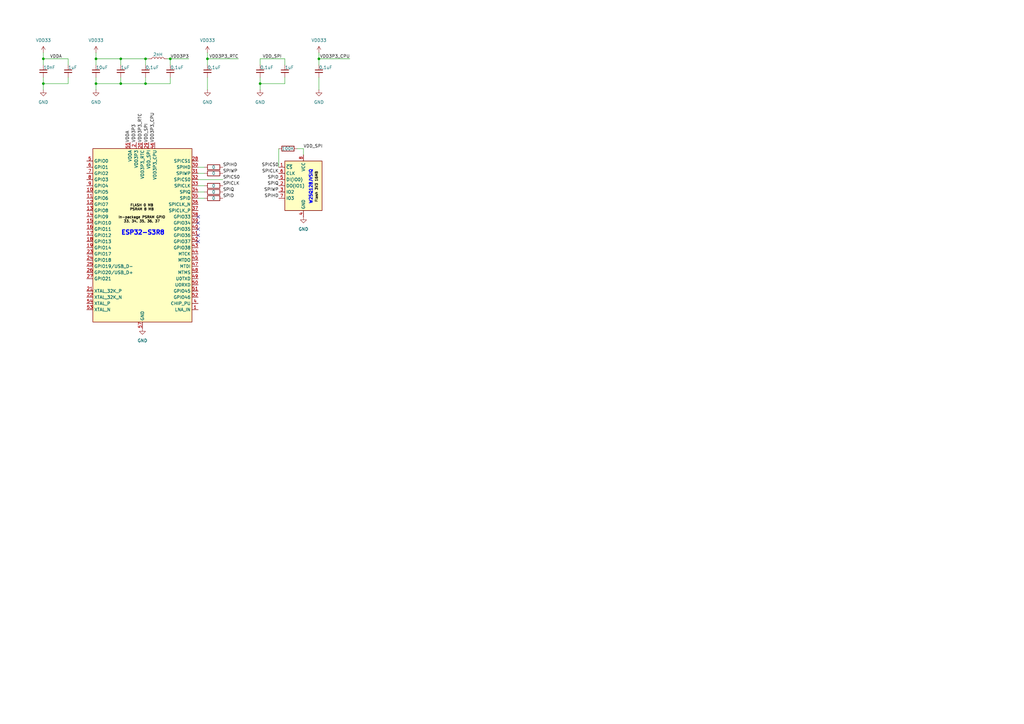
<source format=kicad_sch>
(kicad_sch (version 20231120) (generator "eeschema") (generator_version "8.0")
  (paper "A3")
  (title_block (title "Grogu Badge") (date "2024-02-25") (rev "V1") (company "Malt Whiskey"))
  (lib_symbols
    (symbol "Device:C_Small" (pin_numbers hide) (pin_names (offset 0.254) hide)
      (property "Reference" "C" (at 0.254 1.778 0))
      (property "Value" "C_Small" (at 0.254 -2.032 0))
      (symbol "C_Small_0_1"
        (polyline (pts (xy -1.524 -0.508) (xy 1.524 -0.508)) (stroke (width 0.3302)))
        (polyline (pts (xy -1.524 0.508) (xy 1.524 0.508)) (stroke (width 0.3048)))
      )
      (symbol "C_Small_1_1"
        (pin passive line (at 0 2.54 270) (length 2.032) (name "~") (number "1"))
        (pin passive line (at 0 -2.54 90) (length 2.032) (name "~") (number "2"))
      )
    )
    (symbol "Device:L" (pin_numbers hide) (pin_names (offset 1.016) hide)
      (property "Reference" "L" (at -1.27 0 90))
      (property "Value" "L" (at 1.905 0 90))
      (symbol "L_0_1"
        (arc (start 0 -2.54) (mid 0.6323 -1.905) (end 0 -1.27))
        (arc (start 0 -1.27) (mid 0.6323 -0.635) (end 0 0))
        (arc (start 0 0) (mid 0.6323 0.635) (end 0 1.27))
        (arc (start 0 1.27) (mid 0.6323 1.905) (end 0 2.54))
      )
      (symbol "L_1_1"
        (pin passive line (at 0 3.81 270) (length 1.27) (name "1") (number "1"))
        (pin passive line (at 0 -3.81 90) (length 1.27) (name "2") (number "2"))
      )
    )
    (symbol "Device:R" (pin_numbers hide) (pin_names (offset 0))
      (property "Reference" "R" (at 2.032 0 90))
      (property "Value" "R" (at 0 0 90))
      (symbol "R_0_1"
        (rectangle (start -1.016 -2.54) (end 1.016 2.54) (stroke (width 0.254)))
      )
      (symbol "R_1_1"
        (pin passive line (at 0 3.81 270) (length 1.27) (name "~") (number "1"))
        (pin passive line (at 0 -3.81 90) (length 1.27) (name "~") (number "2"))
      )
    )
    (symbol "MCU_Espressif:ESP32-S3"
      (property "Reference" "U" (at 10.16 -38.1 0))
      (property "Value" "ESP32-S3" (at 13.97 -40.64 0))
      (symbol "ESP32-S3_0_1"
        (rectangle (start -20.32 35.56) (end 20.32 -35.56) (stroke (width 0.254)) (fill (type background)))
      )
      (symbol "ESP32-S3_1_0"
        (pin bidirectional line (at 22.86 12.7 180) (length 2.54) (name "SPICLK_N") (number "36"))
        (pin bidirectional line (at 22.86 -10.16 180) (length 2.54) (name "MTDO") (number "45"))
        (pin bidirectional line (at 22.86 -22.86 180) (length 2.54) (name "GPIO45") (number "51"))
        (pin passive line (at -5.08 38.1 270) (length 2.54) hide (name "VDDA") (number "56"))
      )
      (symbol "ESP32-S3_1_1"
        (pin bidirectional line (at 22.86 -30.48 180) (length 2.54) (name "LNA_IN") (number "1"))
        (pin bidirectional line (at -22.86 17.78 0) (length 2.54) (name "GPIO5") (number "10"))
        (pin bidirectional line (at -22.86 15.24 0) (length 2.54) (name "GPIO6") (number "11"))
        (pin bidirectional line (at -22.86 12.7 0) (length 2.54) (name "GPIO7") (number "12"))
        (pin bidirectional line (at -22.86 10.16 0) (length 2.54) (name "GPIO8") (number "13"))
        (pin bidirectional line (at -22.86 7.62 0) (length 2.54) (name "GPIO9") (number "14"))
        (pin bidirectional line (at -22.86 5.08 0) (length 2.54) (name "GPIO10") (number "15"))
        (pin bidirectional line (at -22.86 2.54 0) (length 2.54) (name "GPIO11") (number "16"))
        (pin bidirectional line (at -22.86 0 0) (length 2.54) (name "GPIO12") (number "17"))
        (pin bidirectional line (at -22.86 -2.54 0) (length 2.54) (name "GPIO13") (number "18"))
        (pin bidirectional line (at -22.86 -5.08 0) (length 2.54) (name "GPIO14") (number "19"))
        (pin power_in line (at -2.54 38.1 270) (length 2.54) (name "VDD3P3") (number "2"))
        (pin power_in line (at 0 38.1 270) (length 2.54) (name "VDD3P3_RTC") (number "20"))
        (pin passive line (at -22.86 -22.86 0) (length 2.54) (name "XTAL_32K_P") (number "21"))
        (pin passive line (at -22.86 -25.4 0) (length 2.54) (name "XTAL_32K_N") (number "22"))
        (pin bidirectional line (at -22.86 -7.62 0) (length 2.54) (name "GPIO17") (number "23"))
        (pin bidirectional line (at -22.86 -10.16 0) (length 2.54) (name "GPIO18") (number "24"))
        (pin bidirectional line (at -22.86 -12.7 0) (length 2.54) (name "GPIO19/USB_D-") (number "25"))
        (pin bidirectional line (at -22.86 -15.24 0) (length 2.54) (name "GPIO20/USB_D+") (number "26"))
        (pin bidirectional line (at -22.86 -17.78 0) (length 2.54) (name "GPIO21") (number "27"))
        (pin bidirectional line (at 22.86 30.48 180) (length 2.54) (name "SPICS1") (number "28"))
        (pin power_in line (at 2.54 38.1 270) (length 2.54) (name "VDD_SPI") (number "29"))
        (pin passive line (at -2.54 38.1 270) (length 2.54) hide (name "VDD3P3") (number "3"))
        (pin bidirectional line (at 22.86 27.94 180) (length 2.54) (name "SPIHD") (number "30"))
        (pin bidirectional line (at 22.86 25.4 180) (length 2.54) (name "SPIWP") (number "31"))
        (pin bidirectional line (at 22.86 22.86 180) (length 2.54) (name "SPICS0") (number "32"))
        (pin bidirectional line (at 22.86 20.32 180) (length 2.54) (name "SPICLK") (number "33"))
        (pin bidirectional line (at 22.86 17.78 180) (length 2.54) (name "SPIQ") (number "34"))
        (pin bidirectional line (at 22.86 15.24 180) (length 2.54) (name "SPID") (number "35"))
        (pin bidirectional line (at 22.86 10.16 180) (length 2.54) (name "SPICLK_P") (number "37"))
        (pin bidirectional line (at 22.86 7.62 180) (length 2.54) (name "GPIO33") (number "38"))
        (pin bidirectional line (at 22.86 5.08 180) (length 2.54) (name "GPIO34") (number "39"))
        (pin input line (at 22.86 -27.94 180) (length 2.54) (name "CHIP_PU") (number "4"))
        (pin bidirectional line (at 22.86 2.54 180) (length 2.54) (name "GPIO35") (number "40"))
        (pin bidirectional line (at 22.86 0 180) (length 2.54) (name "GPIO36") (number "41"))
        (pin bidirectional line (at 22.86 -2.54 180) (length 2.54) (name "GPIO37") (number "42"))
        (pin bidirectional line (at 22.86 -5.08 180) (length 2.54) (name "GPIO38") (number "43"))
        (pin bidirectional line (at 22.86 -7.62 180) (length 2.54) (name "MTCK") (number "44"))
        (pin power_in line (at 5.08 38.1 270) (length 2.54) (name "VDD3P3_CPU") (number "46"))
        (pin bidirectional line (at 22.86 -12.7 180) (length 2.54) (name "MTDI") (number "47"))
        (pin bidirectional line (at 22.86 -15.24 180) (length 2.54) (name "MTMS") (number "48"))
        (pin bidirectional line (at 22.86 -17.78 180) (length 2.54) (name "U0TXD") (number "49"))
        (pin bidirectional line (at -22.86 30.48 0) (length 2.54) (name "GPIO0") (number "5"))
        (pin bidirectional line (at 22.86 -20.32 180) (length 2.54) (name "U0RXD") (number "50"))
        (pin bidirectional line (at 22.86 -25.4 180) (length 2.54) (name "GPIO46") (number "52"))
        (pin output line (at -22.86 -30.48 0) (length 2.54) (name "XTAL_N") (number "53"))
        (pin input line (at -22.86 -27.94 0) (length 2.54) (name "XTAL_P") (number "54"))
        (pin power_in line (at -5.08 38.1 270) (length 2.54) (name "VDDA") (number "55"))
        (pin power_in line (at 0 -38.1 90) (length 2.54) (name "GND") (number "57"))
        (pin bidirectional line (at -22.86 27.94 0) (length 2.54) (name "GPIO1") (number "6"))
        (pin bidirectional line (at -22.86 25.4 0) (length 2.54) (name "GPIO2") (number "7"))
        (pin bidirectional line (at -22.86 22.86 0) (length 2.54) (name "GPIO3") (number "8"))
        (pin bidirectional line (at -22.86 20.32 0) (length 2.54) (name "GPIO4") (number "9"))
      )
    )
    (symbol "Memory_Flash:W25Q128JVS"
      (property "Reference" "U" (at -8.89 8.89 0))
      (property "Value" "W25Q128JVS" (at 7.62 8.89 0))
      (symbol "W25Q128JVS_0_1"
        (rectangle (start -7.62 10.16) (end 7.62 -10.16) (stroke (width 0.254)) (fill (type background)))
      )
      (symbol "W25Q128JVS_1_1"
        (pin input line (at -10.16 7.62 0) (length 2.54) (name "~{CS}") (number "1"))
        (pin bidirectional line (at -10.16 0 0) (length 2.54) (name "DO(IO1)") (number "2"))
        (pin bidirectional line (at -10.16 -2.54 0) (length 2.54) (name "IO2") (number "3"))
        (pin power_in line (at 0 -12.7 90) (length 2.54) (name "GND") (number "4"))
        (pin bidirectional line (at -10.16 2.54 0) (length 2.54) (name "DI(IO0)") (number "5"))
        (pin input line (at -10.16 5.08 0) (length 2.54) (name "CLK") (number "6"))
        (pin bidirectional line (at -10.16 -5.08 0) (length 2.54) (name "IO3") (number "7"))
        (pin power_in line (at 0 12.7 270) (length 2.54) (name "VCC") (number "8"))
      )
    )
    (symbol "power:GND" (power) (pin_numbers hide) (pin_names (offset 0) hide)
      (property "Value" "GND" (at 0 -3.81 0))
      (symbol "GND_0_1"
        (polyline (pts (xy 0 0) (xy 0 -1.27) (xy 1.27 -1.27) (xy 0 -2.54) (xy -1.27 -1.27) (xy 0 -1.27)))
      )
      (symbol "GND_1_1"
        (pin power_in line (at 0 0 270) (length 0) (name "~") (number "1"))
      )
    )
    (symbol "power:VDD" (power) (pin_numbers hide) (pin_names (offset 0) hide)
      (property "Value" "VDD" (at 0 3.556 0))
      (symbol "VDD_0_1"
        (polyline (pts (xy -0.762 1.27) (xy 0 2.54)))
        (polyline (pts (xy 0 0) (xy 0 2.54)))
        (polyline (pts (xy 0 2.54) (xy 0.762 1.27)))
      )
      (symbol "VDD_1_1"
        (pin power_in line (at 0 0 90) (length 0) (name "~") (number "1"))
      )
    )
  )
  (junction (at 106.68 34.29))
  (junction (at 17.78 34.29))
  (junction (at 49.53 34.29))
  (junction (at 49.53 24.13))
  (junction (at 17.78 24.13))
  (junction (at 59.69 24.13))
  (junction (at 59.69 34.29))
  (junction (at 39.37 34.29))
  (junction (at 85.09 24.13))
  (junction (at 69.85 24.13))
  (junction (at 39.37 24.13))
  (junction (at 130.81 24.13))
  (no_connect (at 81.28 99.06))
  (no_connect (at 81.28 93.98))
  (no_connect (at 81.28 91.44))
  (no_connect (at 81.28 96.52))
  (no_connect (at 81.28 88.9))
  (wire (pts (xy 59.69 34.29) (xy 69.85 34.29)))
  (wire (pts (xy 17.78 34.29) (xy 17.78 36.83)))
  (wire (pts (xy 106.68 34.29) (xy 106.68 36.83)))
  (wire (pts (xy 116.84 24.13) (xy 116.84 26.67)))
  (wire (pts (xy 27.94 24.13) (xy 27.94 26.67)))
  (wire (pts (xy 121.92 60.96) (xy 124.46 60.96)))
  (wire (pts (xy 81.28 68.58) (xy 83.82 68.58)))
  (wire (pts (xy 130.81 26.67) (xy 130.81 24.13)))
  (wire (pts (xy 85.09 31.75) (xy 85.09 36.83)))
  (wire (pts (xy 69.85 24.13) (xy 69.85 26.67)))
  (wire (pts (xy 106.68 24.13) (xy 116.84 24.13)))
  (wire (pts (xy 81.28 78.74) (xy 83.82 78.74)))
  (wire (pts (xy 59.69 26.67) (xy 59.69 24.13)))
  (wire (pts (xy 85.09 26.67) (xy 85.09 24.13)))
  (wire (pts (xy 130.81 31.75) (xy 130.81 36.83)))
  (wire (pts (xy 49.53 34.29) (xy 59.69 34.29)))
  (wire (pts (xy 81.28 81.28) (xy 83.82 81.28)))
  (wire (pts (xy 59.69 24.13) (xy 60.96 24.13)))
  (wire (pts (xy 17.78 34.29) (xy 27.94 34.29)))
  (wire (pts (xy 49.53 24.13) (xy 59.69 24.13)))
  (wire (pts (xy 39.37 26.67) (xy 39.37 24.13)))
  (wire (pts (xy 81.28 73.66) (xy 91.44 73.66)))
  (wire (pts (xy 106.68 34.29) (xy 116.84 34.29)))
  (wire (pts (xy 85.09 24.13) (xy 97.79 24.13)))
  (wire (pts (xy 39.37 31.75) (xy 39.37 34.29)))
  (wire (pts (xy 106.68 31.75) (xy 106.68 34.29)))
  (wire (pts (xy 49.53 34.29) (xy 49.53 31.75)))
  (wire (pts (xy 114.3 60.96) (xy 114.3 68.58)))
  (wire (pts (xy 68.58 24.13) (xy 69.85 24.13)))
  (wire (pts (xy 81.28 71.12) (xy 83.82 71.12)))
  (wire (pts (xy 106.68 26.67) (xy 106.68 24.13)))
  (wire (pts (xy 39.37 24.13) (xy 49.53 24.13)))
  (wire (pts (xy 81.28 76.2) (xy 83.82 76.2)))
  (wire (pts (xy 85.09 21.59) (xy 85.09 24.13)))
  (wire (pts (xy 17.78 26.67) (xy 17.78 24.13)))
  (wire (pts (xy 130.81 21.59) (xy 130.81 24.13)))
  (wire (pts (xy 17.78 31.75) (xy 17.78 34.29)))
  (wire (pts (xy 49.53 24.13) (xy 49.53 26.67)))
  (wire (pts (xy 130.81 24.13) (xy 143.51 24.13)))
  (wire (pts (xy 39.37 34.29) (xy 39.37 36.83)))
  (wire (pts (xy 59.69 31.75) (xy 59.69 34.29)))
  (wire (pts (xy 116.84 34.29) (xy 116.84 31.75)))
  (wire (pts (xy 39.37 21.59) (xy 39.37 24.13)))
  (wire (pts (xy 27.94 34.29) (xy 27.94 31.75)))
  (wire (pts (xy 39.37 34.29) (xy 49.53 34.29)))
  (wire (pts (xy 124.46 60.96) (xy 124.46 63.5)))
  (wire (pts (xy 69.85 34.29) (xy 69.85 31.75)))
  (wire (pts (xy 17.78 24.13) (xy 27.94 24.13)))
  (wire (pts (xy 69.85 24.13) (xy 77.47 24.13)))
  (wire (pts (xy 17.78 21.59) (xy 17.78 24.13)))
  (text "Flash 3V3 16MB" (at 129.794 76.708 90) (effects (font (size 1.016 1.016) (thickness 0.2032) (bold yes))))
  (text "FLASH 0 MB\nPSRAM 8 MB\n\nIn-package PSRAM GPIO\n33, 34, 35, 36, 37" (at 58.166 87.63 0) (effects (font (size 1.016 1.016) (thickness 0.2032) (bold yes))))
  (label "SPIHD" (at 91.44 68.58 0))
  (label "VDD3P3" (at 55.88 58.42 90))
  (label "VDD3P3_RTC" (at 97.79 24.13 180))
  (label "SPIWP" (at 91.44 71.12 0))
  (label "SPICS0" (at 91.44 73.66 0))
  (label "VDD3P3_CPU" (at 63.5 58.42 90))
  (label "SPID" (at 91.44 81.28 0))
  (label "SPICLK" (at 114.3 71.12 180))
  (label "VDDA" (at 53.34 58.42 90))
  (label "VDD_SPI" (at 124.46 60.96 0))
  (label "SPICLK" (at 91.44 76.2 0))
  (label "VDD3P3_RTC" (at 58.42 58.42 90))
  (label "SPICS0" (at 114.3 68.58 180))
  (label "VDD3P3_CPU" (at 143.51 24.13 180))
  (label "VDDA" (at 25.4 24.13 180))
  (label "VDD3P3" (at 77.47 24.13 180))
  (label "SPIWP" (at 114.3 78.74 180))
  (label "SPIQ" (at 91.44 78.74 0))
  (label "SPIQ" (at 114.3 76.2 180))
  (label "VDD_SPI" (at 115.57 24.13 180))
  (label "SPIHD" (at 114.3 81.28 180))
  (label "VDD_SPI" (at 60.96 58.42 90))
  (label "SPID" (at 114.3 73.66 180))
  (symbol (lib_id "Device:R") (at 87.63 68.58 90) (unit 1)
    (property "Reference" "R2" (effects (hide yes)))
    (property "Value" "0" (at 87.63 68.58 90))
    (property "Description" "Resistor" (effects (hide yes)))
  )
  (symbol (lib_id "MCU_Espressif:ESP32-S3") (at 58.42 96.52 0) (unit 1)
    (property "Reference" "U1" (effects (hide yes)))
    (property "Value" "ESP32-S3R8" (at 49.53 95.25 0) (effects (font (size 1.778 1.778) (bold yes)) (justify left)))
    (property "Footprint" "Package_DFN_QFN:QFN-56-1EP_7x7mm_P0.4mm_EP4x4mm" (effects (hide yes)))
    (property "Datasheet" "https://jlcpcb.com/partdetail/EspressifSystems-ESP32_S3_R8/C2913194" (effects (hide yes)))
    (property "Description" "Microcontroller, Wi-Fi 802.11b/g/n, Bluetooth, 32bit" (effects (hide yes)))
    (property "SRC" "lcsc" (effects (hide yes)))
    (property "SRC#" "C2913194" (effects (hide yes)))
  )
  (symbol (lib_id "Device:L") (at 64.77 24.13 90) (unit 1)
    (property "Reference" "L1" (effects (hide yes)))
    (property "Value" "2nH" (at 64.77 22.352 90))
    (property "Description" "Inductor" (effects (hide yes)))
  )
  (symbol (lib_id "power:VDD") (at 39.37 21.59 0) (unit 1)
    (property "Reference" "#PWR011" (effects (hide yes)))
    (property "Value" "VDD33" (at 39.37 16.51 0))
    (property "Description" "Power symbol creates a global label with name \"VDD\"" (effects (hide yes)))
  )
  (symbol (lib_id "Device:R") (at 118.11 60.96 90) (unit 1)
    (property "Reference" "R8" (effects (hide yes)))
    (property "Value" "100K" (at 118.11 60.96 90))
    (property "Description" "Resistor" (effects (hide yes)))
  )
  (symbol (lib_id "power:VDD") (at 17.78 21.59 0) (unit 1)
    (property "Reference" "#PWR010" (effects (hide yes)))
    (property "Value" "VDD33" (at 17.78 16.51 0))
    (property "Description" "Power symbol creates a global label with name \"VDD\"" (effects (hide yes)))
  )
  (symbol (lib_id "Device:C_Small") (at 116.84 29.21 0) (unit 1)
    (property "Reference" "C14" (effects (hide yes)))
    (property "Value" "1uF" (at 116.84 27.686 0) (effects (justify left)))
    (property "Description" "Unpolarized capacitor, small symbol" (effects (hide yes)))
  )
  (symbol (lib_id "Device:C_Small") (at 59.69 29.21 0) (unit 1)
    (property "Reference" "C10" (effects (hide yes)))
    (property "Value" "0.1uF" (at 59.69 27.686 0) (effects (justify left)))
    (property "Description" "Unpolarized capacitor, small symbol" (effects (hide yes)))
  )
  (symbol (lib_id "Device:R") (at 87.63 81.28 90) (unit 1)
    (property "Reference" "R7" (effects (hide yes)))
    (property "Value" "0" (at 87.63 81.28 90))
    (property "Description" "Resistor" (effects (hide yes)))
  )
  (symbol (lib_id "Device:R") (at 87.63 76.2 90) (unit 1)
    (property "Reference" "R5" (effects (hide yes)))
    (property "Value" "0" (at 87.63 76.2 90))
    (property "Description" "Resistor" (effects (hide yes)))
  )
  (symbol (lib_id "power:GND") (at 106.68 36.83 0) (unit 1)
    (property "Reference" "#PWR016" (effects (hide yes)))
    (property "Value" "GND" (at 106.68 41.91 0))
    (property "Description" "Power symbol creates a global label with name \"GND\" , ground" (effects (hide yes)))
  )
  (symbol (lib_id "Device:C_Small") (at 85.09 29.21 0) (unit 1)
    (property "Reference" "C12" (effects (hide yes)))
    (property "Value" "0.1uF" (at 85.09 27.686 0) (effects (justify left)))
    (property "Description" "Unpolarized capacitor, small symbol" (effects (hide yes)))
  )
  (symbol (lib_id "Device:C_Small") (at 17.78 29.21 0) (unit 1)
    (property "Reference" "C5" (effects (hide yes)))
    (property "Value" "10nF" (at 17.78 27.686 0) (effects (justify left)))
    (property "Description" "Unpolarized capacitor, small symbol" (effects (hide yes)))
  )
  (symbol (lib_id "Device:C_Small") (at 49.53 29.21 0) (unit 1)
    (property "Reference" "C9" (effects (hide yes)))
    (property "Value" "1uF" (at 49.53 27.686 0) (effects (justify left)))
    (property "Description" "Unpolarized capacitor, small symbol" (effects (hide yes)))
  )
  (symbol (lib_id "power:VDD") (at 130.81 21.59 0) (unit 1)
    (property "Reference" "#PWR03" (effects (hide yes)))
    (property "Value" "VDD33" (at 130.81 16.51 0))
    (property "Description" "Power symbol creates a global label with name \"VDD\"" (effects (hide yes)))
  )
  (symbol (lib_id "Memory_Flash:W25Q128JVS") (at 124.46 76.2 0) (unit 1)
    (property "Reference" "U2" (effects (hide yes)))
    (property "Value" "W25Q128JVSIQ" (at 127.508 69.088 90) (effects (font (bold yes)) (justify right)))
    (property "Footprint" "Package_SO:SOIC-8_5.23x5.23mm_P1.27mm" (effects (hide yes)))
    (property "Datasheet" "https://jlcpcb.com/partdetail/WinbondElec-W25Q128JVSIQ/C97521" (effects (hide yes)))
    (property "Description" "128Mb Serial Flash Memory, Standard/Dual/Quad SPI, SOIC-8" (effects (hide yes)))
    (property "SRC" "lcsc" (effects (hide yes)))
    (property "SRC#" "C97521" (effects (hide yes)))
  )
  (symbol (lib_id "Device:C_Small") (at 27.94 29.21 0) (unit 1)
    (property "Reference" "C7" (effects (hide yes)))
    (property "Value" "1uF" (at 27.94 27.686 0) (effects (justify left)))
    (property "Description" "Unpolarized capacitor, small symbol" (effects (hide yes)))
  )
  (symbol (lib_id "Device:R") (at 87.63 78.74 90) (unit 1)
    (property "Reference" "R6" (effects (hide yes)))
    (property "Value" "0" (at 87.63 78.74 90))
    (property "Description" "Resistor" (effects (hide yes)))
  )
  (symbol (lib_id "power:GND") (at 58.42 134.62 0) (unit 1)
    (property "Reference" "#PWR02" (effects (hide yes)))
    (property "Value" "GND" (at 58.42 139.7 0))
    (property "Description" "Power symbol creates a global label with name \"GND\" , ground" (effects (hide yes)))
  )
  (symbol (lib_id "power:GND") (at 39.37 36.83 0) (unit 1)
    (property "Reference" "#PWR012" (effects (hide yes)))
    (property "Value" "GND" (at 39.37 41.91 0))
    (property "Description" "Power symbol creates a global label with name \"GND\" , ground" (effects (hide yes)))
  )
  (symbol (lib_id "power:GND") (at 130.81 36.83 0) (unit 1)
    (property "Reference" "#PWR04" (effects (hide yes)))
    (property "Value" "GND" (at 130.81 41.91 0))
    (property "Description" "Power symbol creates a global label with name \"GND\" , ground" (effects (hide yes)))
  )
  (symbol (lib_id "Device:R") (at 87.63 71.12 90) (unit 1)
    (property "Reference" "R3" (effects (hide yes)))
    (property "Value" "0" (at 87.63 71.12 90))
    (property "Description" "Resistor" (effects (hide yes)))
  )
  (symbol (lib_id "Device:C_Small") (at 106.68 29.21 0) (unit 1)
    (property "Reference" "C13" (effects (hide yes)))
    (property "Value" "0.1uF" (at 106.68 27.686 0) (effects (justify left)))
    (property "Description" "Unpolarized capacitor, small symbol" (effects (hide yes)))
  )
  (symbol (lib_id "Device:C_Small") (at 69.85 29.21 0) (unit 1)
    (property "Reference" "C11" (effects (hide yes)))
    (property "Value" "0.1uF" (at 69.85 27.686 0) (effects (justify left)))
    (property "Description" "Unpolarized capacitor, small symbol" (effects (hide yes)))
  )
  (symbol (lib_id "Device:C_Small") (at 130.81 29.21 0) (unit 1)
    (property "Reference" "C1" (effects (hide yes)))
    (property "Value" "0.1uF" (at 130.81 27.686 0) (effects (justify left)))
    (property "Description" "Unpolarized capacitor, small symbol" (effects (hide yes)))
  )
  (symbol (lib_id "Device:C_Small") (at 39.37 29.21 0) (unit 1)
    (property "Reference" "C8" (effects (hide yes)))
    (property "Value" "10uF" (at 39.37 27.686 0) (effects (justify left)))
    (property "Description" "Unpolarized capacitor, small symbol" (effects (hide yes)))
  )
  (symbol (lib_id "power:GND") (at 17.78 36.83 0) (unit 1)
    (property "Reference" "#PWR09" (effects (hide yes)))
    (property "Value" "GND" (at 17.78 41.91 0))
    (property "Description" "Power symbol creates a global label with name \"GND\" , ground" (effects (hide yes)))
  )
  (symbol (lib_id "power:GND") (at 124.46 88.9 0) (unit 1)
    (property "Reference" "#PWR01" (effects (hide yes)))
    (property "Value" "GND" (at 124.46 93.98 0))
    (property "Description" "Power symbol creates a global label with name \"GND\" , ground" (effects (hide yes)))
  )
  (symbol (lib_id "power:VDD") (at 85.09 21.59 0) (unit 1)
    (property "Reference" "#PWR013" (effects (hide yes)))
    (property "Value" "VDD33" (at 85.09 16.51 0))
    (property "Description" "Power symbol creates a global label with name \"VDD\"" (effects (hide yes)))
  )
  (symbol (lib_id "power:GND") (at 85.09 36.83 0) (unit 1)
    (property "Reference" "#PWR014" (effects (hide yes)))
    (property "Value" "GND" (at 85.09 41.91 0))
    (property "Description" "Power symbol creates a global label with name \"GND\" , ground" (effects (hide yes)))
  )
)
</source>
